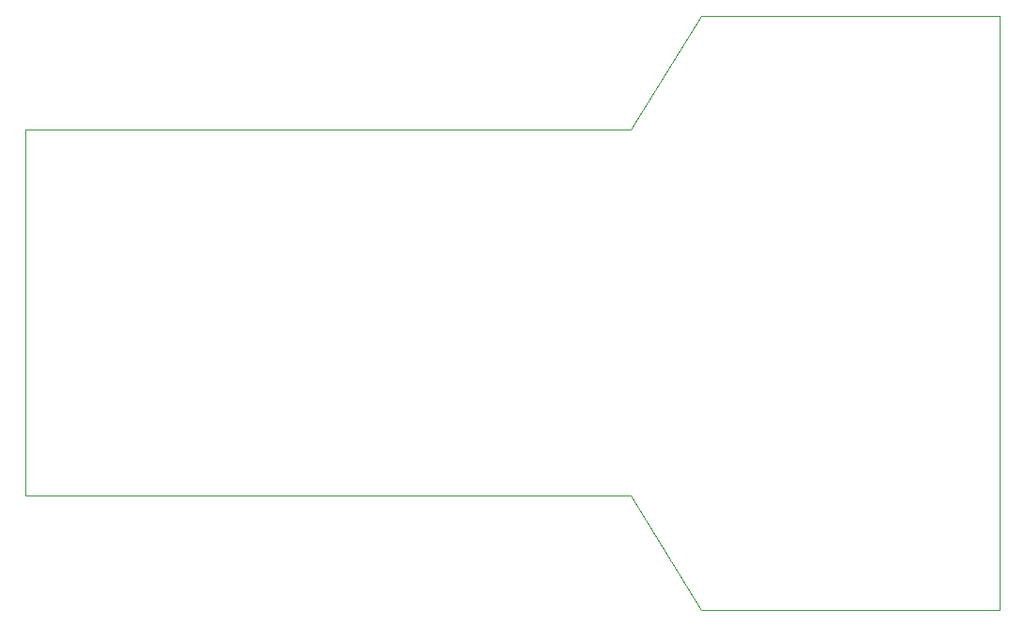
<source format=gbr>
%TF.GenerationSoftware,KiCad,Pcbnew,6.0.10-86aedd382b~118~ubuntu20.04.1*%
%TF.CreationDate,2022-12-30T18:50:17-08:00*%
%TF.ProjectId,parallel2usb,70617261-6c6c-4656-9c32-7573622e6b69,rev?*%
%TF.SameCoordinates,Original*%
%TF.FileFunction,Profile,NP*%
%FSLAX46Y46*%
G04 Gerber Fmt 4.6, Leading zero omitted, Abs format (unit mm)*
G04 Created by KiCad (PCBNEW 6.0.10-86aedd382b~118~ubuntu20.04.1) date 2022-12-30 18:50:17*
%MOMM*%
%LPD*%
G01*
G04 APERTURE LIST*
%TA.AperFunction,Profile*%
%ADD10C,0.100000*%
%TD*%
G04 APERTURE END LIST*
D10*
X209804000Y-128397000D02*
X182880000Y-128397000D01*
X176530000Y-118110000D01*
X121920000Y-118110000D01*
X121920000Y-85090000D01*
X176530000Y-85090000D01*
X182880000Y-74803000D01*
X209804000Y-74803000D01*
X209804000Y-128397000D01*
M02*

</source>
